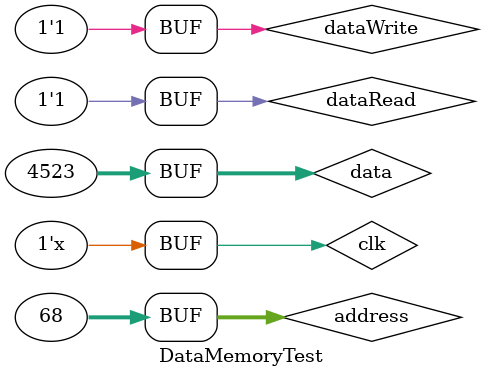
<source format=v>
`timescale 1ns / 1ps

module DataMemoryTest;

	// Inputs
	reg [31:0] address;
	reg [31:0] data;
	reg clk;
	reg dataRead;
	reg dataWrite;

	// Outputs
	wire [31:0] outData;
	wire hit;

	// Instantiate the Unit Under Test (UUT)
	DataMemory uut (
		.address(address), 
		.data(data), 
		.clk(clk), 
		.dataRead(dataRead), 
		.dataWrite(dataWrite), 
		.outData(outData), 
		.hit(hit)
	);

	initial begin
		// Initialize Inputs
		address = 0;
		data = 0;
		clk = 0;
		dataRead = 0;
		dataWrite = 0;


		#20
		address = 56;
		data = 0;
		dataRead = 1;
		dataWrite = 0;


		#20;        
		address = 56;
		data = 0;
		dataRead = 0;
		dataWrite = 0;


		#20;
		address = 56;
		data = 0;
		dataRead = 0;
		dataWrite = 0;


		#20;
		address = 56;
		data = 0;
		dataRead = 0;
		dataWrite = 0;


		#20;
		address = 57;
		data = 0;
		dataRead = 0;
		dataWrite = 0;


		#20;
		address = 85;
		data = 0;
		dataRead = 1;
		dataWrite = 0;


		#20;
		data = 0;

		dataWrite = 0;


		#20;		
		data = 0;

		dataWrite = 0;


		#20;
		address = 68;
		data = 4523;
		dataWrite = 1;


		#10;		

	end
      
	always begin
		#10
		clk = ~clk;
	end
endmodule


</source>
